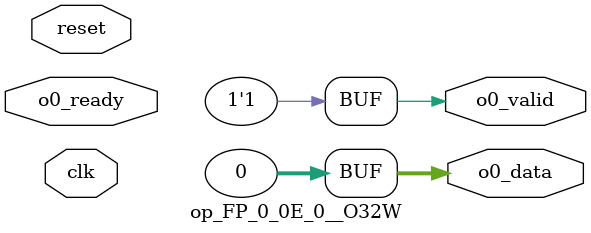
<source format=sv>
module op_FP_0_0E_0__O32W(	// git/chisel-template/src/main/scala/hls_float/hls_float.scala:211:7
  input         o0_ready,	// git/chisel-template/src/main/scala/hls_float/hls_float.scala:212:16
  output        o0_valid,	// git/chisel-template/src/main/scala/hls_float/hls_float.scala:212:16
  output [31:0] o0_data,	// git/chisel-template/src/main/scala/hls_float/hls_float.scala:212:16
  input         clk,	// git/chisel-template/src/main/scala/hls_float/hls_float.scala:213:18
                reset	// git/chisel-template/src/main/scala/hls_float/hls_float.scala:214:19
);

  assign o0_valid = 1'h1;	// git/chisel-template/src/main/scala/hls_float/hls_float.scala:211:7
  assign o0_data = 32'h0;	// git/chisel-template/src/main/scala/hls_float/hls_float.scala:211:7, :217:36
endmodule



</source>
